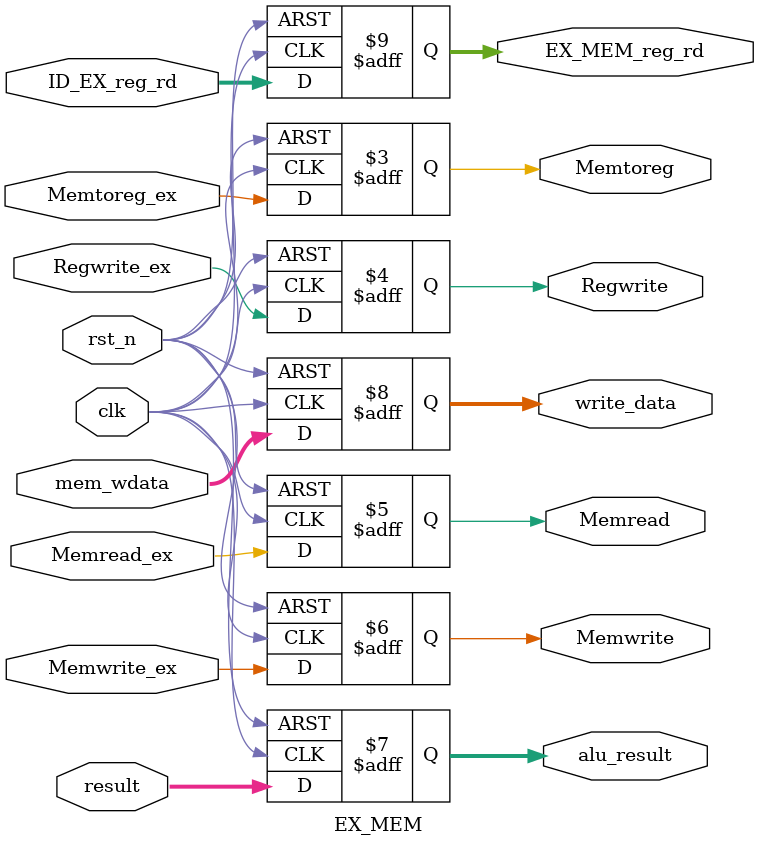
<source format=v>
`timescale 1ns / 1ps

module EX_MEM (
    input          clk,
    input          rst_n,
    input          Memtoreg_ex,
    input          Regwrite_ex,
    input          Memread_ex,
    input          Memwrite_ex,
    input [31:0]   result,
    input [31:0]   mem_wdata,
    input [4:0]    ID_EX_reg_rd,
    output reg          Memtoreg,
    output reg          Regwrite,
    output reg          Memread,
    output reg          Memwrite,
    output reg [31:0]   alu_result,
    output reg [31:0]   write_data,
    output reg [4:0]    EX_MEM_reg_rd    
);

    always @(posedge clk or negedge rst_n) begin
        if (!rst_n) begin
            // reset 
            Memtoreg <= 1'b0;
            Regwrite <= 1'b0;
            Memread <= 1'b0;
            Memwrite <= 1'b0;
            alu_result <= 32'b0;
            write_data <= 32'b0;
            EX_MEM_reg_rd <= 5'b0;
        end else begin
            Memtoreg <= Memtoreg_ex;
            Regwrite <= Regwrite_ex;
            Memread <= Memread_ex;
            Memwrite <= Memwrite_ex;
            alu_result <= result;
            write_data <= mem_wdata;
            EX_MEM_reg_rd <= ID_EX_reg_rd;
        end
    end
    
endmodule
</source>
